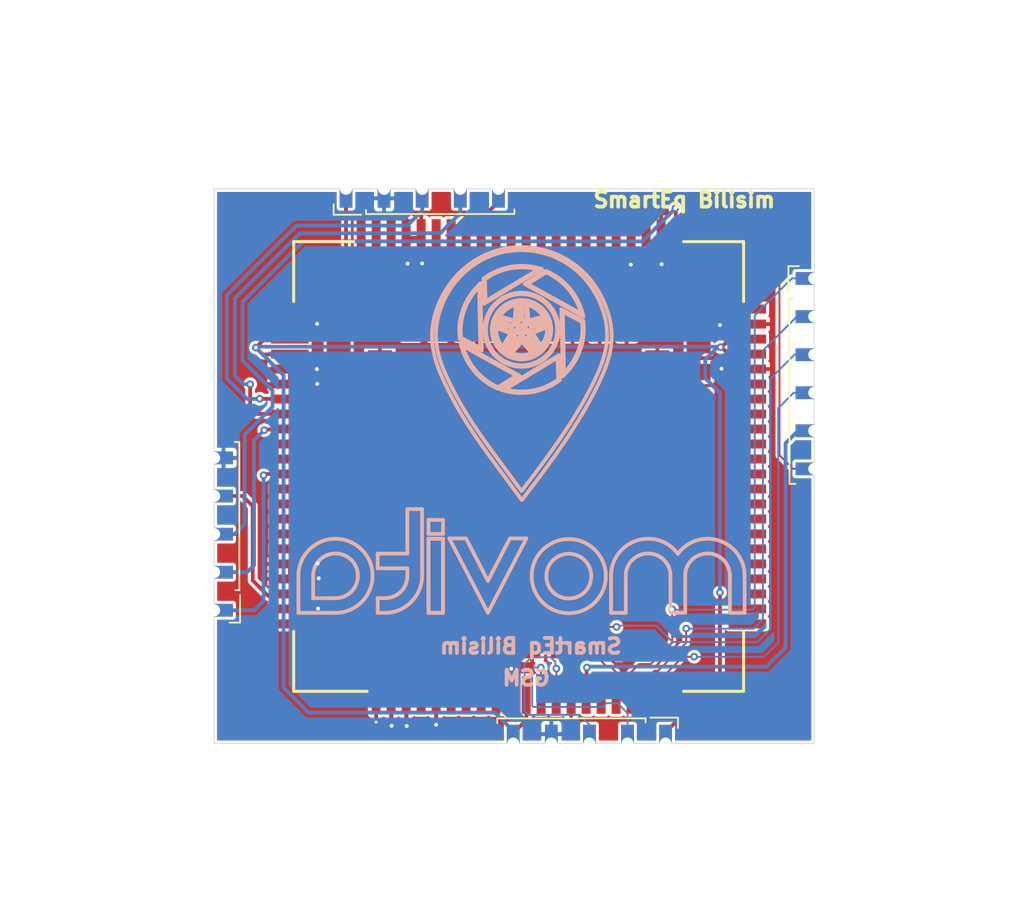
<source format=kicad_pcb>
(kicad_pcb (version 20230606) (generator pcbnew)
  (layers (0 "F.Cu" signal "Top Layer") (31 "B.Cu" signal "Bottom Layer") (34 "B.Paste" user "Bottom Paste") (35 "F.Paste" user "Top Paste") (36 "B.SilkS" user "Bottom Overlay") (37 "F.SilkS" user "Top Overlay") (38 "B.Mask" user "Bottom Solder") (39 "F.Mask" user "Top Solder") (44 "Edge.Cuts" user))
  (property "SHEETTOTAL" "1")
  (net 0 "")
  (net 1 "VDD_EXT_1V8")
  (net 2 "GND")
  (net 3 "+3V8")
  (net 4 "/USIM_PRESENCE")
  (net 5 "/RTS")
  (net 6 "/CTS")
  (net 7 "/ANT_DIV")
  (net 8 "/ANT GNSS")
  (net 9 "/ANT MAIN")
  (net 10 "/RXD")
  (net 11 "/TXD")
  (net 12 "/USB_P")
  (net 13 "/USB_N")
  (net 14 "/MODEM_NET_STATUS")
  (net 15 "/USIM_VDD")
  (net 16 "/USIM_DATA")
  (net 17 "/USIM_CLK")
  (net 18 "/USIM_RST")
  (footprint "HDMI 2.0 TX:A7602EH" (layer "F.Cu") (at 150.0561 124.4636)
    (property "Reference" "U1")
    (property "Value" "A7602E-H" hide)
  )
  (footprint "HDMI 2.0 TX:castelled 8" (layer "F.Cu") (at 168.5061 105.1836 -90)
    (property "Reference" "J4")
    (property "Value" "CastellatedHoles_6Ways_2_54mm" hide)
  )
  (footprint "HDMI 2.0 TX:Castelled 5" (layer "F.Cu") (at 137.2861 86.5036)
    (property "Reference" "J1")
    (property "Value" "CastellatedHoles_5Ways_2_54mm" hide)
  )
  (footprint "HDMI 2.0 TX:Castelled 5" (layer "F.Cu") (at 128.4961 114.6136 90)
    (property "Reference" "J2")
    (property "Value" "CastellatedHoles_5Ways_2_54mm" hide)
  )
  (footprint "HDMI 2.0 TX:Castelled 5" (layer "F.Cu") (at 158.5961 123.5036 180)
    (property "Reference" "J3")
    (property "Value" "CastellatedHoles_5Ways_2_54mm" hide)
  )
  (gr_curve (pts (xy 137.641458 111.260714) (xy 137.777351 111.396678) (xy 137.883551 111.55437) (xy 137.960756 111.734001)) (stroke (width 0.25)) (layer "B.SilkS"))
  (gr_line (start 135.093713 112.311742) (end 135.093713 113.808459) (stroke (width 0.25)) (layer "B.SilkS"))
  (gr_curve (pts (xy 138.863034 113.269146) (xy 138.991591 112.968433) (xy 139.05573 112.649345) (xy 139.05573 112.311742)) (stroke (width 0.25)) (layer "B.SilkS"))
  (gr_line (start 147.229463 95.632351) (end 148.410393 96.109478) (stroke (width 0.25)) (layer "B.SilkS"))
  (gr_line (start 148.716273 94.129023) (end 148.627426 95.399595) (stroke (width 0.25)) (layer "B.SilkS"))
  (gr_curve (pts (xy 146.021067 103.161987) (xy 145.090841 101.817635) (xy 144.265816 100.40403) (xy 143.612457 98.891826)) (stroke (width 0.25)) (layer "B.SilkS"))
  (gr_curve (pts (xy 151.79497 97.348439) (xy 151.79497 97.348439) (xy 151.806718 98.384077) (xy 151.811449 98.801117)) (stroke (width 0.25)) (layer "B.SilkS"))
  (gr_line (start 148.388983 95.637373) (end 148.341772 95.782672) (stroke (width 0.25)) (layer "B.SilkS"))
  (gr_curve (pts (xy 148.167995 90.445187) (xy 150.775488 90.093858) (xy 153.255185 91.437257) (xy 154.393757 93.841611)) (stroke (width 0.25)) (layer "B.SilkS"))
  (gr_curve (pts (xy 155.151624 111.348888) (xy 155.023345 111.646107) (xy 154.958927 111.967082) (xy 154.958927 112.311742)) (stroke (width 0.25)) (layer "B.SilkS"))
  (gr_circle (center 148.989933 95.898542) (end 146.519468 95.898542) (stroke (width 0.25)) (fill none) (layer "B.SilkS"))
  (gr_curve (pts (xy 162.354619 110.039138) (xy 162.053836 109.91086) (xy 161.734538 109.846721) (xy 161.397214 109.846721)) (stroke (width 0.25)) (layer "B.SilkS"))
  (gr_curve (pts (xy 152.14184 109.86859) (xy 151.796831 109.86859) (xy 151.475926 109.932938) (xy 151.178706 110.061216)) (stroke (width 0.25)) (layer "B.SilkS"))
  (gr_curve (pts (xy 151.438613 99.217559) (xy 151.432925 99.059515) (xy 151.400229 98.150931) (xy 151.386371 97.765853)) (stroke (width 0.25)) (layer "B.SilkS"))
  (gr_curve (pts (xy 155.685487 110.567482) (xy 155.458135 110.791339) (xy 155.280181 111.051669) (xy 155.151624 111.348888)) (stroke (width 0.25)) (layer "B.SilkS"))
  (gr_curve (pts (xy 153.203767 111.282862) (xy 153.339451 111.418756) (xy 153.445861 111.576519) (xy 153.522855 111.75608)) (stroke (width 0.25)) (layer "B.SilkS"))
  (gr_curve (pts (xy 144.958115 96.438836) (xy 145.09783 96.512933) (xy 145.901034 96.938908) (xy 146.241451 97.119447)) (stroke (width 0.25)) (layer "B.SilkS"))
  (gr_line (start 148.262437 96.157552) (end 147.305325 95.770853) (stroke (width 0.25)) (layer "B.SilkS"))
  (gr_line (start 149.67499 97.461238) (end 149.011457 96.67047) (stroke (width 0.25)) (layer "B.SilkS"))
  (gr_curve (pts (xy 153.686068 99.621646) (xy 152.768488 101.437171) (xy 151.636902 103.112053) (xy 150.442086 104.743895)) (stroke (width 0.25)) (layer "B.SilkS"))
  (gr_curve (pts (xy 160.01592 111.734001) (xy 160.092914 111.55437) (xy 160.199324 111.396678) (xy 160.335008 111.260714)) (stroke (width 0.25)) (layer "B.SilkS"))
  (gr_curve (pts (xy 153.8861 110.58963) (xy 153.662312 110.365842) (xy 153.400027 110.189774) (xy 153.099244 110.061216)) (stroke (width 0.25)) (layer "B.SilkS"))
  (gr_line (start 139.396897 111.816656) (end 139.396897 110.837173) (stroke (width 0.25)) (layer "B.SilkS"))
  (gr_curve (pts (xy 151.178706 110.061216) (xy 150.881487 110.189774) (xy 150.619481 110.365842) (xy 150.391851 110.58963)) (stroke (width 0.25)) (layer "B.SilkS"))
  (gr_curve (pts (xy 153.203767 113.395817) (xy 153.068153 113.531711) (xy 152.908504 113.637911) (xy 152.7251 113.715115)) (stroke (width 0.25)) (layer "B.SilkS"))
  (gr_line (start 141.377801 111.816656) (end 139.396897 111.816656) (stroke (width 0.25)) (layer "B.SilkS"))
  (gr_line (start 149.443882 95.273736) (end 150.445497 95.024005) (stroke (width 0.25)) (layer "B.SilkS"))
  (gr_line (start 150.669915 95.310526) (end 150.686224 95.36072) (stroke (width 0.25)) (layer "B.SilkS"))
  (gr_circle (center 149.464593 95.734009) (end 149.399593 95.734009) (stroke (width 0.25)) (fill none) (layer "B.SilkS"))
  (gr_circle (center 148.989933 95.898542) (end 147.009203 95.898542) (stroke (width 0.25)) (fill none) (layer "B.SilkS"))
  (gr_curve (pts (xy 149.030383 100.021444) (xy 149.937643 100.006986) (xy 150.782081 99.710199) (xy 151.438613 99.217559)) (stroke (width 0.25)) (layer "B.SilkS"))
  (gr_curve (pts (xy 143.128711 95.268715) (xy 143.664911 92.738032) (xy 145.699816 90.777882) (xy 148.167995 90.445187)) (stroke (width 0.25)) (layer "B.SilkS"))
  (gr_line (start 162.882683 114.788012) (end 162.882683 112.311742) (stroke (width 0.25)) (layer "B.SilkS"))
  (gr_curve (pts (xy 143.848551 98.689394) (xy 143.370373 97.58296) (xy 143.130445 96.453052) (xy 143.38784 95.238812)) (stroke (width 0.25)) (layer "B.SilkS"))
  (gr_line (start 155.938479 114.788012) (end 154.958927 114.788012) (stroke (width 0.25)) (layer "B.SilkS"))
  (gr_line (start 148.325979 95.669475) (end 148.30967 95.719668) (stroke (width 0.25)) (layer "B.SilkS"))
  (gr_line (start 146.749131 114.777042) (end 144.174137 109.824643) (stroke (width 0.25)) (layer "B.SilkS"))
  (gr_curve (pts (xy 146.256367 92.806805) (xy 145.910617 93.117354) (xy 145.609875 93.487274) (xy 145.372485 93.913962)) (stroke (width 0.25)) (layer "B.SilkS"))
  (gr_curve (pts (xy 148.21287 109.824643) (xy 148.110234 110.022789) (xy 147.992855 110.248463) (xy 147.860804 110.501456)) (stroke (width 0.25)) (layer "B.SilkS"))
  (gr_line (start 151.723592 99.0111) (end 151.705175 97.387462) (stroke (width 0.25)) (layer "B.SilkS"))
  (gr_curve (pts (xy 138.863034 111.348888) (xy 138.734756 111.051669) (xy 138.556801 110.791339) (xy 138.329241 110.567482)) (stroke (width 0.25)) (layer "B.SilkS"))
  (gr_line (start 141.377801 112.311742) (end 141.377801 111.816656) (stroke (width 0.25)) (layer "B.SilkS"))
  (gr_line (start 136.579531 114.788012) (end 134.11444 114.788012) (stroke (width 0.25)) (layer "B.SilkS"))
  (gr_line (start 150.702017 95.247523) (end 150.749228 95.392822) (stroke (width 0.25)) (layer "B.SilkS"))
  (gr_line (start 147.301481 95.336595) (end 148.325979 95.669475) (stroke (width 0.25)) (layer "B.SilkS"))
  (gr_curve (pts (xy 141.377801 112.311742) (xy 141.377801 112.517294) (xy 141.339304 112.711877) (xy 141.262309 112.895002)) (stroke (width 0.25)) (layer "B.SilkS"))
  (gr_curve (pts (xy 162.447963 111.260714) (xy 162.583856 111.396678) (xy 162.690335 111.55437) (xy 162.76726 111.734001)) (stroke (width 0.25)) (layer "B.SilkS"))
  (gr_line (start 147.644056 99.909256) (end 149.040959 99.081487) (stroke (width 0.25)) (layer "B.SilkS"))
  (gr_curve (pts (xy 153.115593 95.021032) (xy 153.019525 94.56633) (xy 152.849535 94.12092) (xy 152.598708 93.70199)) (stroke (width 0.25)) (layer "B.SilkS"))
  (gr_curve (pts (xy 140.464274 113.693037) (xy 140.281149 113.769962) (xy 140.086566 113.808459) (xy 139.881084 113.808459)) (stroke (width 0.25)) (layer "B.SilkS"))
  (gr_line (start 142.786903 114.788012) (end 142.786903 109.846721) (stroke (width 0.25)) (layer "B.SilkS"))
  (gr_line (start 143.755487 109.846721) (end 143.755487 114.788012) (stroke (width 0.25)) (layer "B.SilkS"))
  (gr_line (start 149.052616 95.246299) (end 148.899839 95.246299) (stroke (width 0.25)) (layer "B.SilkS"))
  (gr_curve (pts (xy 145.372485 93.913962) (xy 144.91226 94.741265) (xy 144.752383 95.663009) (xy 144.878828 96.50706)) (stroke (width 0.25)) (layer "B.SilkS"))
  (gr_line (start 150.025615 97.345615) (end 149.392441 96.474124) (stroke (width 0.25)) (layer "B.SilkS"))
  (gr_line (start 149.446199 96.373263) (end 150.138153 97.325655) (stroke (width 0.25)) (layer "B.SilkS"))
  (gr_circle (center 148.509053 95.753117) (end 148.444053 95.753117) (stroke (width 0.25)) (fill none) (layer "B.SilkS"))
  (gr_curve (pts (xy 149.119652 99.139741) (xy 149.119652 99.139741) (xy 148.228638 99.667733) (xy 147.869835 99.880351)) (stroke (width 0.25)) (layer "B.SilkS"))
  (gr_line (start 142.786903 114.788012) (end 142.786903 109.846721) (stroke (width 0.25)) (layer "B.SilkS"))
  (gr_circle (center 149.293702 96.298689) (end 149.228702 96.298689) (stroke (width 0.25)) (fill none) (layer "B.SilkS"))
  (gr_arc (start 150.687839 95.729914) (mid 150.604032 96.400363) (end 150.277755 96.992033) (stroke (width 0.25)) (layer "B.SilkS"))
  (gr_curve (pts (xy 140.943011 113.373669) (xy 140.807327 113.509633) (xy 140.647678 113.616042) (xy 140.464274 113.693037)) (stroke (width 0.25)) (layer "B.SilkS"))
  (gr_curve (pts (xy 153.8861 114.0836) (xy 154.109888 113.856249) (xy 154.285956 113.592287) (xy 154.414164 113.291294)) (stroke (width 0.25)) (layer "B.SilkS"))
  (gr_curve (pts (xy 147.073948 112.025771) (xy 146.94567 112.267795) (xy 146.837304 112.476911) (xy 146.749131 112.652909)) (stroke (width 0.25)) (layer "B.SilkS"))
  (gr_curve (pts (xy 139.05573 112.311742) (xy 139.05573 111.967082) (xy 138.991591 111.646107) (xy 138.863034 111.348888)) (stroke (width 0.25)) (layer "B.SilkS"))
  (gr_curve (pts (xy 151.723592 99.0111) (xy 152.069342 98.700551) (xy 152.370083 98.330631) (xy 152.607474 97.903943)) (stroke (width 0.25)) (layer "B.SilkS"))
  (gr_line (start 163.862235 112.311742) (end 163.862235 114.788012) (stroke (width 0.25)) (layer "B.SilkS"))
  (gr_curve (pts (xy 161.397214 109.846721) (xy 160.98618 109.846721) (xy 160.610079 109.936502) (xy 160.268912 110.116343)) (stroke (width 0.25)) (layer "B.SilkS"))
  (gr_arc (start 149.263593 94.129023) (mid 150.042388 94.449959) (end 150.588281 95.091465) (stroke (width 0.25)) (layer "B.SilkS"))
  (gr_line (start 163.862235 114.788012) (end 162.882683 114.788012) (stroke (width 0.25)) (layer "B.SilkS"))
  (gr_curve (pts (xy 136.579531 110.826274) (xy 136.785013 110.826274) (xy 136.979596 110.864701) (xy 137.162721 110.941696)) (stroke (width 0.25)) (layer "B.SilkS"))
  (gr_curve (pts (xy 143.38784 95.238812) (xy 143.898507 92.828637) (xy 145.836512 90.961828) (xy 148.187159 90.644976)) (stroke (width 0.25)) (layer "B.SilkS"))
  (gr_line (start 146.274784 94.430443) (end 146.33549 97.279593) (stroke (width 0.25)) (layer "B.SilkS"))
  (gr_curve (pts (xy 135.209415 111.734001) (xy 135.286409 111.55437) (xy 135.392819 111.396678) (xy 135.528503 111.260714)) (stroke (width 0.25)) (layer "B.SilkS"))
  (gr_line (start 151.644469 94.538312) (end 153.101131 95.310846) (stroke (width 0.25)) (layer "B.SilkS"))
  (gr_line (start 150.687839 95.729914) (end 149.730731 96.116611) (stroke (width 0.25)) (layer "B.SilkS"))
  (gr_line (start 149.371874 94.243976) (end 149.443882 95.273736) (stroke (width 0.25)) (layer "B.SilkS"))
  (gr_circle (center 149.464593 95.734009) (end 149.374593 95.734009) (stroke (width 0.25)) (fill none) (layer "B.SilkS"))
  (gr_line (start 142.357284 107.865607) (end 142.357284 112.311742) (stroke (width 0.25)) (layer "B.SilkS"))
  (gr_curve (pts (xy 136.00172 110.941696) (xy 136.181561 110.864701) (xy 136.374258 110.826274) (xy 136.579531 110.826274)) (stroke (width 0.25)) (layer "B.SilkS"))
  (gr_curve (pts (xy 146.184988 94.469467) (xy 146.184988 94.469467) (xy 146.173241 93.433829) (xy 146.16851 93.016788)) (stroke (width 0.25)) (layer "B.SilkS"))
  (gr_line (start 148.21287 109.824643) (end 149.313574 109.824643) (stroke (width 0.25)) (layer "B.SilkS"))
  (gr_curve (pts (xy 148.863744 92.621254) (xy 148.863744 92.621254) (xy 149.754759 92.093261) (xy 150.113561 91.880644)) (stroke (width 0.25)) (layer "B.SilkS"))
  (gr_curve (pts (xy 150.442086 104.743895) (xy 149.974528 105.382002) (xy 149.488454 106.005855) (xy 148.996372 106.65542)) (stroke (width 0.25)) (layer "B.SilkS"))
  (gr_curve (pts (xy 145.466046 93.951305) (xy 145.024937 94.744245) (xy 144.859743 95.623943) (xy 144.958115 96.438836)) (stroke (width 0.25)) (layer "B.SilkS"))
  (gr_curve (pts (xy 159.416031 110.848072) (xy 159.18868 110.539953) (xy 158.902709 110.296253) (xy 158.5577 110.116343)) (stroke (width 0.25)) (layer "B.SilkS"))
  (gr_curve (pts (xy 139.881084 114.788012) (xy 140.218687 114.788012) (xy 140.537705 114.723873) (xy 140.838488 114.595315)) (stroke (width 0.25)) (layer "B.SilkS"))
  (gr_curve (pts (xy 156.3732 111.260714) (xy 156.509163 111.1251) (xy 156.668533 111.018621) (xy 156.851937 110.941696)) (stroke (width 0.25)) (layer "B.SilkS"))
  (gr_curve (pts (xy 152.14184 114.81009) (xy 152.479164 114.81009) (xy 152.798462 114.745951) (xy 153.099244 114.617394)) (stroke (width 0.25)) (layer "B.SilkS"))
  (gr_curve (pts (xy 151.558301 110.963774) (xy 151.741705 110.88657) (xy 151.936357 110.848072) (xy 152.14184 110.848072)) (stroke (width 0.25)) (layer "B.SilkS"))
  (gr_curve (pts (xy 153.638557 112.33389) (xy 153.638557 112.539373) (xy 153.60006 112.733676) (xy 153.522855 112.91708)) (stroke (width 0.25)) (layer "B.SilkS"))
  (gr_arc (start 150.763706 95.59141) (mid 150.699138 96.431263) (end 150.25772 97.148675) (stroke (width 0.25)) (layer "B.SilkS"))
  (gr_curve (pts (xy 153.099244 110.061216) (xy 152.798462 109.932938) (xy 152.479164 109.86859) (xy 152.14184 109.86859)) (stroke (width 0.25)) (layer "B.SilkS"))
  (gr_curve (pts (xy 146.597025 93.995141) (xy 147.150691 93.659557) (xy 148.863744 92.621254) (xy 148.863744 92.621254)) (stroke (width 0.25)) (layer "B.SilkS"))
  (gr_curve (pts (xy 146.333561 97.685687) (xy 146.333561 97.685687) (xy 145.430798 97.178042) (xy 145.067265 96.973619)) (stroke (width 0.25)) (layer "B.SilkS"))
  (gr_line (start 148.899839 95.246299) (end 148.899839 94.069078) (stroke (width 0.25)) (layer "B.SilkS"))
  (gr_curve (pts (xy 145.525349 98.049229) (xy 145.9915 98.82771) (xy 146.670744 99.410621) (xy 147.425648 99.732875)) (stroke (width 0.25)) (layer "B.SilkS"))
  (gr_curve (pts (xy 146.241451 97.119447) (xy 146.227659 96.472166) (xy 146.184988 94.469467) (xy 146.184988 94.469467)) (stroke (width 0.25)) (layer "B.SilkS"))
  (gr_curve (pts (xy 154.414164 111.370966) (xy 154.285956 111.073817) (xy 154.109888 110.813418) (xy 153.8861 110.58963)) (stroke (width 0.25)) (layer "B.SilkS"))
  (gr_line (start 150.686224 95.36072) (end 149.661726 95.6936) (stroke (width 0.25)) (layer "B.SilkS"))
  (gr_curve (pts (xy 152.7251 113.715115) (xy 152.541696 113.79211) (xy 152.347113 113.830607) (xy 152.14184 113.830607)) (stroke (width 0.25)) (layer "B.SilkS"))
  (gr_line (start 155.938479 112.311742) (end 155.938479 114.788012) (stroke (width 0.25)) (layer "B.SilkS"))
  (gr_line (start 147.976426 97.361726) (end 147.933729 97.330705) (stroke (width 0.25)) (layer "B.SilkS"))
  (gr_curve (pts (xy 148.891341 107.105689) (xy 147.931917 105.793249) (xy 146.946377 104.499076) (xy 146.021067 103.161987)) (stroke (width 0.25)) (layer "B.SilkS"))
  (gr_curve (pts (xy 148.996372 106.65542) (xy 148.937753 106.585552) (xy 148.904426 106.550618) (xy 148.876059 106.51212)) (stroke (width 0.25)) (layer "B.SilkS"))
  (gr_curve (pts (xy 147.425648 99.732875) (xy 147.559675 99.648927) (xy 148.330183 99.16632) (xy 148.656742 98.96178)) (stroke (width 0.25)) (layer "B.SilkS"))
  (gr_curve (pts (xy 152.14184 110.848072) (xy 152.347113 110.848072) (xy 152.541696 110.88657) (xy 152.7251 110.963774)) (stroke (width 0.25)) (layer "B.SilkS"))
  (gr_line (start 146.256367 92.806805) (end 146.274784 94.430443) (stroke (width 0.25)) (layer "B.SilkS"))
  (gr_line (start 149.582413 95.611304) (end 150.702017 95.247523) (stroke (width 0.25)) (layer "B.SilkS"))
  (gr_line (start 149.392441 96.474124) (end 149.435138 96.443103) (stroke (width 0.25)) (layer "B.SilkS"))
  (gr_line (start 153.115593 95.021032) (end 151.700273 94.225163) (stroke (width 0.25)) (layer "B.SilkS"))
  (gr_curve (pts (xy 152.598708 93.70199) (xy 152.112355 92.889772) (xy 151.39404 92.290442) (xy 150.599848 91.977922)) (stroke (width 0.25)) (layer "B.SilkS"))
  (gr_line (start 148.899839 94.069078) (end 149.052616 94.069078) (stroke (width 0.25)) (layer "B.SilkS"))
  (gr_curve (pts (xy 138.076248 112.311742) (xy 138.076248 112.517294) (xy 138.03775 112.711877) (xy 137.960756 112.895002)) (stroke (width 0.25)) (layer "B.SilkS"))
  (gr_curve (pts (xy 151.386371 97.765853) (xy 150.832706 98.101437) (xy 149.119652 99.139741) (xy 149.119652 99.139741)) (stroke (width 0.25)) (layer "B.SilkS"))
  (gr_curve (pts (xy 153.94185 99.870691) (xy 152.978391 101.776993) (xy 151.790226 103.535618) (xy 150.535669 105.249052)) (stroke (width 0.25)) (layer "B.SilkS"))
  (gr_circle (center 148.509053 95.753117) (end 148.419053 95.753117) (stroke (width 0.25)) (fill none) (layer "B.SilkS"))
  (gr_curve (pts (xy 163.669539 111.348888) (xy 163.541261 111.051669) (xy 163.365263 110.791339) (xy 163.141475 110.567482)) (stroke (width 0.25)) (layer "B.SilkS"))
  (gr_curve (pts (xy 150.113561 91.880644) (xy 149.742706 91.782902) (xy 149.35375 91.733183) (xy 148.953013 91.73955)) (stroke (width 0.25)) (layer "B.SilkS"))
  (gr_line (start 149.435138 96.443103) (end 150.068313 97.314593) (stroke (width 0.25)) (layer "B.SilkS"))
  (gr_curve (pts (xy 150.645123 112.33389) (xy 150.645123 112.128617) (xy 150.68362 111.935921) (xy 150.760545 111.75608)) (stroke (width 0.25)) (layer "B.SilkS"))
  (gr_line (start 141.377801 107.865607) (end 142.357284 107.865607) (stroke (width 0.25)) (layer "B.SilkS"))
  (gr_line (start 149.582775 96.068537) (end 150.763706 95.59141) (stroke (width 0.25)) (layer "B.SilkS"))
  (gr_circle (center 148.703026 96.310947) (end 148.638026 96.310947) (stroke (width 0.25)) (fill none) (layer "B.SilkS"))
  (gr_curve (pts (xy 162.76726 111.734001) (xy 162.844255 111.913842) (xy 162.882683 112.106539) (xy 162.882683 112.311742)) (stroke (width 0.25)) (layer "B.SilkS"))
  (gr_line (start 139.881084 114.788012) (end 139.396897 114.788012) (stroke (width 0.25)) (layer "B.SilkS"))
  (gr_curve (pts (xy 137.162721 110.941696) (xy 137.346404 111.018621) (xy 137.505844 111.1251) (xy 137.641458 111.260714)) (stroke (width 0.25)) (layer "B.SilkS"))
  (gr_line (start 148.627426 95.399595) (end 147.391585 95.091465) (stroke (width 0.25)) (layer "B.SilkS"))
  (gr_line (start 149.661726 95.6936) (end 149.645417 95.643406) (stroke (width 0.25)) (layer "B.SilkS"))
  (gr_curve (pts (xy 152.607474 97.903943) (xy 153.067699 97.076641) (xy 153.227576 96.154897) (xy 153.101131 95.310846)) (stroke (width 0.25)) (layer "B.SilkS"))
  (gr_curve (pts (xy 157.435197 110.826274) (xy 157.640679 110.826274) (xy 157.833376 110.864701) (xy 158.012937 110.941696)) (stroke (width 0.25)) (layer "B.SilkS"))
  (gr_circle (center 148.703026 96.310947) (end 148.613026 96.310947) (stroke (width 0.25)) (fill none) (layer "B.SilkS"))
  (gr_line (start 149.052616 94.069078) (end 149.052616 95.246299) (stroke (width 0.25)) (layer "B.SilkS"))
  (gr_curve (pts (xy 149.01767 107.256153) (xy 148.956119 107.182792) (xy 148.921126 107.146111) (xy 148.891341 107.105689)) (stroke (width 0.25)) (layer "B.SilkS"))
  (gr_curve (pts (xy 135.093713 112.311742) (xy 135.093713 112.106539) (xy 135.13249 111.913842) (xy 135.209415 111.734001)) (stroke (width 0.25)) (layer "B.SilkS"))
  (gr_curve (pts (xy 154.116456 93.879665) (xy 154.64997 95.00657) (xy 154.857967 96.189089) (xy 154.551455 97.427364)) (stroke (width 0.25)) (layer "B.SilkS"))
  (gr_curve (pts (xy 135.616607 110.039138) (xy 135.319457 110.167696) (xy 135.059058 110.343694) (xy 134.83527 110.567482)) (stroke (width 0.25)) (layer "B.SilkS"))
  (gr_curve (pts (xy 151.079633 111.282862) (xy 151.215527 111.147178) (xy 151.375176 111.040769) (xy 151.558301 110.963774)) (stroke (width 0.25)) (layer "B.SilkS"))
  (gr_curve (pts (xy 137.960756 111.734001) (xy 138.03775 111.913842) (xy 138.076248 112.106539) (xy 138.076248 112.311742)) (stroke (width 0.25)) (layer "B.SilkS"))
  (gr_line (start 147.269379 95.273591) (end 148.388983 95.637373) (stroke (width 0.25)) (layer "B.SilkS"))
  (gr_curve (pts (xy 138.329241 114.061731) (xy 138.556801 113.83438) (xy 138.734756 113.570208) (xy 138.863034 113.269146)) (stroke (width 0.25)) (layer "B.SilkS"))
  (gr_curve (pts (xy 147.464511 111.271893) (xy 147.33267 111.532292) (xy 147.202506 111.783678) (xy 147.073948 112.025771)) (stroke (width 0.25)) (layer "B.SilkS"))
  (gr_line (start 148.341772 95.782672) (end 147.222168 95.418891) (stroke (width 0.25)) (layer "B.SilkS"))
  (gr_curve (pts (xy 155.938479 112.311742) (xy 155.938479 112.106539) (xy 155.976977 111.913842) (xy 156.054181 111.734001)) (stroke (width 0.25)) (layer "B.SilkS"))
  (gr_curve (pts (xy 154.850507 97.566695) (xy 154.65023 98.375654) (xy 154.315187 99.132232) (xy 153.94185 99.870691)) (stroke (width 0.25)) (layer "B.SilkS"))
  (gr_curve (pts (xy 146.749131 112.652909) (xy 146.639158 112.440299) (xy 146.512557 112.19632) (xy 146.369537 111.921179)) (stroke (width 0.25)) (layer "B.SilkS"))
  (gr_curve (pts (xy 137.960756 112.895002) (xy 137.883551 113.078686) (xy 137.777351 113.238055) (xy 137.641458 113.373669)) (stroke (width 0.25)) (layer "B.SilkS"))
  (gr_curve (pts (xy 163.141475 110.567482) (xy 162.917617 110.343694) (xy 162.655401 110.167696) (xy 162.354619 110.039138)) (stroke (width 0.25)) (layer "B.SilkS"))
  (gr_curve (pts (xy 145.945925 111.101345) (xy 145.806469 110.829767) (xy 145.67819 110.578451) (xy 145.560602 110.347536)) (stroke (width 0.25)) (layer "B.SilkS"))
  (gr_line (start 148.410393 96.109478) (end 147.735449 97.189615) (stroke (width 0.25)) (layer "B.SilkS"))
  (gr_curve (pts (xy 137.162721 113.693037) (xy 136.979596 113.769962) (xy 136.785013 113.808459) (xy 136.579531 113.808459)) (stroke (width 0.25)) (layer "B.SilkS"))
  (gr_line (start 150.014554 97.415455) (end 149.3226 96.463063) (stroke (width 0.25)) (layer "B.SilkS"))
  (gr_curve (pts (xy 146.142465 102.756214) (xy 145.256536 101.475878) (xy 144.470798 100.129587) (xy 143.848551 98.689394)) (stroke (width 0.25)) (layer "B.SilkS"))
  (gr_line (start 146.505354 94.156655) (end 146.446057 92.508882) (stroke (width 0.25)) (layer "B.SilkS"))
  (gr_line (start 146.344663 97.58841) (end 148.842453 98.960413) (stroke (width 0.25)) (layer "B.SilkS"))
  (gr_curve (pts (xy 156.472273 110.039138) (xy 156.175123 110.167696) (xy 155.912838 110.343694) (xy 155.685487 110.567482)) (stroke (width 0.25)) (layer "B.SilkS"))
  (gr_curve (pts (xy 150.33934 91.851738) (xy 149.897522 91.707585) (xy 149.426791 91.632095) (xy 148.938574 91.639853)) (stroke (width 0.25)) (layer "B.SilkS"))
  (gr_curve (pts (xy 154.551455 97.427364) (xy 154.360715 98.197801) (xy 154.041627 98.918352) (xy 153.686068 99.621646)) (stroke (width 0.25)) (layer "B.SilkS"))
  (gr_line (start 151.705175 97.387462) (end 151.644469 94.538312) (stroke (width 0.25)) (layer "B.SilkS"))
  (gr_curve (pts (xy 153.021843 95.379069) (xy 152.882129 95.304973) (xy 152.078925 94.878997) (xy 151.738508 94.698459)) (stroke (width 0.25)) (layer "B.SilkS"))
  (gr_line (start 143.755487 108.588254) (end 143.755487 109.521624) (stroke (width 0.25)) (layer "B.SilkS"))
  (gr_curve (pts (xy 141.262309 112.895002) (xy 141.185105 113.078686) (xy 141.078905 113.238055) (xy 140.943011 113.373669)) (stroke (width 0.25)) (layer "B.SilkS"))
  (gr_line (start 148.30967 95.719668) (end 147.285172 95.386789) (stroke (width 0.25)) (layer "B.SilkS"))
  (gr_line (start 149.011457 96.67047) (end 148.347921 97.461241) (stroke (width 0.25)) (layer "B.SilkS"))
  (gr_curve (pts (xy 160.335008 111.260714) (xy 160.470901 111.1251) (xy 160.63055 111.018621) (xy 160.813675 110.941696)) (stroke (width 0.25)) (layer "B.SilkS"))
  (gr_curve (pts (xy 135.528503 111.260714) (xy 135.664397 111.1251) (xy 135.822159 111.018621) (xy 136.00172 110.941696)) (stroke (width 0.25)) (layer "B.SilkS"))
  (gr_curve (pts (xy 151.711375 94.127886) (xy 151.711375 94.127886) (xy 152.614138 94.635531) (xy 152.977671 94.839955)) (stroke (width 0.25)) (layer "B.SilkS"))
  (gr_line (start 150.25772 97.148675) (end 149.582775 96.068537) (stroke (width 0.25)) (layer "B.SilkS"))
  (gr_line (start 151.478043 97.604339) (end 151.53734 99.252112) (stroke (width 0.25)) (layer "B.SilkS"))
  (gr_line (start 149.730731 96.116611) (end 150.277755 96.992033) (stroke (width 0.25)) (layer "B.SilkS"))
  (gr_curve (pts (xy 151.079633 113.395817) (xy 150.943949 113.260203) (xy 150.83754 113.100484) (xy 150.760545 112.91708)) (stroke (width 0.25)) (layer "B.SilkS"))
  (gr_curve (pts (xy 163.862235 112.311742) (xy 163.862235 111.967082) (xy 163.798096 111.646107) (xy 163.669539 111.348888)) (stroke (width 0.25)) (layer "B.SilkS"))
  (gr_circle (center 148.989933 95.898542) (end 147.089933 95.898542) (stroke (width 0.25)) (fill none) (layer "B.SilkS"))
  (gr_curve (pts (xy 149.388194 92.851794) (xy 149.955651 93.16349) (xy 151.711375 94.127886) (xy 151.711375 94.127886)) (stroke (width 0.25)) (layer "B.SilkS"))
  (gr_circle (center 148.989933 95.898542) (end 148.839933 95.898542) (stroke (width 0.25)) (fill none) (layer "B.SilkS"))
  (gr_curve (pts (xy 136.579531 109.846721) (xy 136.234801 109.846721) (xy 135.913547 109.91086) (xy 135.616607 110.039138)) (stroke (width 0.25)) (layer "B.SilkS"))
  (gr_curve (pts (xy 153.522855 111.75608) (xy 153.60006 111.935921) (xy 153.638557 112.128617) (xy 153.638557 112.33389)) (stroke (width 0.25)) (layer "B.SilkS"))
  (gr_curve (pts (xy 154.606861 112.33389) (xy 154.606861 111.98916) (xy 154.542722 111.667906) (xy 154.414164 111.370966)) (stroke (width 0.25)) (layer "B.SilkS"))
  (gr_curve (pts (xy 136.579531 114.788012) (xy 136.917134 114.788012) (xy 137.236152 114.723873) (xy 137.536935 114.595315)) (stroke (width 0.25)) (layer "B.SilkS"))
  (gr_curve (pts (xy 137.536935 114.595315) (xy 137.837927 114.467037) (xy 138.102169 114.289083) (xy 138.329241 114.061731)) (stroke (width 0.25)) (layer "B.SilkS"))
  (gr_curve (pts (xy 148.938574 91.639853) (xy 147.991996 91.654937) (xy 147.113803 91.977352) (xy 146.446057 92.508882)) (stroke (width 0.25)) (layer "B.SilkS"))
  (gr_curve (pts (xy 145.560602 110.347536) (xy 145.443503 110.116343) (xy 145.351487 109.941951) (xy 145.285461 109.824643)) (stroke (width 0.25)) (layer "B.SilkS"))
  (gr_arc (start 149.67499 97.461238) (mid 149.011453 97.588734) (end 148.347921 97.461241) (stroke (width 0.25)) (layer "B.SilkS"))
  (gr_line (start 148.535984 95.273736) (end 148.607992 94.243972) (stroke (width 0.25)) (layer "B.SilkS"))
  (gr_line (start 148.192754 97.490591) (end 149.011457 96.5149) (stroke (width 0.25)) (layer "B.SilkS"))
  (gr_line (start 139.396897 110.837173) (end 141.377801 110.837173) (stroke (width 0.25)) (layer "B.SilkS"))
  (gr_curve (pts (xy 146.544784 92.543435) (xy 146.550471 92.70148) (xy 146.583168 93.610063) (xy 146.597025 93.995141)) (stroke (width 0.25)) (layer "B.SilkS"))
  (gr_line (start 147.987488 97.431566) (end 147.863889 97.341766) (stroke (width 0.25)) (layer "B.SilkS"))
  (gr_curve (pts (xy 151.178706 114.617394) (xy 151.475926 114.745951) (xy 151.796831 114.81009) (xy 152.14184 114.81009)) (stroke (width 0.25)) (layer "B.SilkS"))
  (gr_arc (start 147.534373 95.024006) (mid 147.996249 94.530852) (end 148.607992 94.243972) (stroke (width 0.25)) (layer "B.SilkS"))
  (gr_line (start 159.900497 114.788012) (end 158.920945 114.788012) (stroke (width 0.25)) (layer "B.SilkS"))
  (gr_line (start 149.313574 109.824643) (end 146.749131 114.777042) (stroke (width 0.25)) (layer "B.SilkS"))
  (gr_curve (pts (xy 158.805243 111.734001) (xy 158.882517 111.913842) (xy 158.920945 112.106539) (xy 158.920945 112.311742)) (stroke (width 0.25)) (layer "B.SilkS"))
  (gr_curve (pts (xy 137.536935 110.039138) (xy 137.236152 109.91086) (xy 136.917134 109.846721) (xy 136.579531 109.846721)) (stroke (width 0.25)) (layer "B.SilkS"))
  (gr_curve (pts (xy 148.656742 98.96178) (xy 148.089285 98.650083) (xy 146.333561 97.685687) (xy 146.333561 97.685687)) (stroke (width 0.25)) (layer "B.SilkS"))
  (gr_arc (start 149.830159 97.490591) (mid 149.011456 97.688723) (end 148.192754 97.490591) (stroke (width 0.25)) (layer "B.SilkS"))
  (gr_curve (pts (xy 159.900497 112.311742) (xy 159.900497 112.106539) (xy 159.938994 111.913842) (xy 160.01592 111.734001)) (stroke (width 0.25)) (layer "B.SilkS"))
  (gr_line (start 148.566904 96.459214) (end 148.609601 96.490236) (stroke (width 0.25)) (layer "B.SilkS"))
  (gr_curve (pts (xy 156.054181 111.734001) (xy 156.131176 111.55437) (xy 156.237585 111.396678) (xy 156.3732 111.260714)) (stroke (width 0.25)) (layer "B.SilkS"))
  (gr_line (start 147.933729 97.330705) (end 148.566904 96.459214) (stroke (width 0.25)) (layer "B.SilkS"))
  (gr_curve (pts (xy 156.851937 110.941696) (xy 157.035341 110.864701) (xy 157.229924 110.826274) (xy 157.435197 110.826274)) (stroke (width 0.25)) (layer "B.SilkS"))
  (gr_line (start 148.679441 96.479174) (end 147.987488 97.431566) (stroke (width 0.25)) (layer "B.SilkS"))
  (gr_arc (start 149.371874 94.243976) (mid 149.983605 94.530867) (end 150.445497 95.024005) (stroke (width 0.25)) (layer "B.SilkS"))
  (gr_curve (pts (xy 143.612457 98.891826) (xy 143.11037 97.730071) (xy 142.858446 96.543667) (xy 143.128711 95.268715)) (stroke (width 0.25)) (layer "B.SilkS"))
  (gr_line (start 150.138153 97.325655) (end 150.014554 97.415455) (stroke (width 0.25)) (layer "B.SilkS"))
  (gr_line (start 139.396897 113.808459) (end 139.881084 113.808459) (stroke (width 0.25)) (layer "B.SilkS"))
  (gr_line (start 149.040959 99.081487) (end 151.478043 97.604339) (stroke (width 0.25)) (layer "B.SilkS"))
  (gr_curve (pts (xy 146.16851 93.016788) (xy 145.898436 93.289088) (xy 145.6609 93.601073) (xy 145.466046 93.951305)) (stroke (width 0.25)) (layer "B.SilkS"))
  (gr_curve (pts (xy 149.044823 100.121142) (xy 149.991401 100.106057) (xy 150.869593 99.783643) (xy 151.53734 99.252112)) (stroke (width 0.25)) (layer "B.SilkS"))
  (gr_line (start 142.786903 109.521624) (end 142.786903 108.588254) (stroke (width 0.25)) (layer "B.SilkS"))
  (gr_line (start 143.755487 114.788012) (end 142.786903 114.788012) (stroke (width 0.25)) (layer "B.SilkS"))
  (gr_line (start 144.174137 109.824643) (end 145.285461 109.824643) (stroke (width 0.25)) (layer "B.SilkS"))
  (gr_curve (pts (xy 150.760545 112.91708) (xy 150.68362 112.733676) (xy 150.645123 112.539373) (xy 150.645123 112.33389)) (stroke (width 0.25)) (layer "B.SilkS"))
  (gr_line (start 142.786903 108.588254) (end 143.755487 108.588254) (stroke (width 0.25)) (layer "B.SilkS"))
  (gr_line (start 142.786903 109.846721) (end 143.755487 109.846721) (stroke (width 0.25)) (layer "B.SilkS"))
  (gr_curve (pts (xy 137.641458 113.373669) (xy 137.505844 113.509633) (xy 137.346404 113.616042) (xy 137.162721 113.693037)) (stroke (width 0.25)) (layer "B.SilkS"))
  (gr_line (start 135.093713 113.808459) (end 136.579531 113.808459) (stroke (width 0.25)) (layer "B.SilkS"))
  (gr_curve (pts (xy 149.857987 111.370966) (xy 149.729779 111.667906) (xy 149.66564 111.98916) (xy 149.66564 112.33389)) (stroke (width 0.25)) (layer "B.SilkS"))
  (gr_line (start 147.222168 95.418891) (end 147.269379 95.273591) (stroke (width 0.25)) (layer "B.SilkS"))
  (gr_line (start 134.11444 114.788012) (end 134.11444 112.311742) (stroke (width 0.25)) (layer "B.SilkS"))
  (gr_line (start 149.645417 95.643406) (end 150.669915 95.310526) (stroke (width 0.25)) (layer "B.SilkS"))
  (gr_curve (pts (xy 153.099244 114.617394) (xy 153.400027 114.489115) (xy 153.662312 114.311161) (xy 153.8861 114.0836)) (stroke (width 0.25)) (layer "B.SilkS"))
  (gr_line (start 143.755487 109.521624) (end 142.786903 109.521624) (stroke (width 0.25)) (layer "B.SilkS"))
  (gr_curve (pts (xy 158.486224 111.260714) (xy 158.622118 111.396678) (xy 158.728318 111.55437) (xy 158.805243 111.734001)) (stroke (width 0.25)) (layer "B.SilkS"))
  (gr_line (start 149.35244 95.399595) (end 149.263593 94.129023) (stroke (width 0.25)) (layer "B.SilkS"))
  (gr_curve (pts (xy 160.268912 110.116343) (xy 159.927816 110.296253) (xy 159.643662 110.539953) (xy 159.416031 110.848072)) (stroke (width 0.25)) (layer "B.SilkS"))
  (gr_curve (pts (xy 152.977671 94.839955) (xy 152.87689 94.469914) (xy 152.72547 94.108209) (xy 152.519587 93.764344)) (stroke (width 0.25)) (layer "B.SilkS"))
  (gr_curve (pts (xy 158.5577 110.116343) (xy 158.21304 109.936502) (xy 157.838825 109.846721) (xy 157.435197 109.846721)) (stroke (width 0.25)) (layer "B.SilkS"))
  (gr_curve (pts (xy 151.811449 98.801117) (xy 152.081523 98.528818) (xy 152.319059 98.216832) (xy 152.513913 97.8666)) (stroke (width 0.25)) (layer "B.SilkS"))
  (gr_curve (pts (xy 147.644056 99.909256) (xy 148.085875 100.05341) (xy 148.556606 100.128899) (xy 149.044823 100.121142)) (stroke (width 0.25)) (layer "B.SilkS"))
  (gr_line (start 149.002616 94.119078) (end 149.002616 95.196299) (stroke (width 0.25)) (layer "B.SilkS"))
  (gr_line (start 151.700273 94.225163) (end 149.202484 92.853161) (stroke (width 0.25)) (layer "B.SilkS"))
  (gr_line (start 141.377801 110.837173) (end 141.377801 107.865607) (stroke (width 0.25)) (layer "B.SilkS"))
  (gr_curve (pts (xy 144.929343 96.792541) (xy 145.025412 97.247244) (xy 145.195401 97.692654) (xy 145.446228 98.111584)) (stroke (width 0.25)) (layer "B.SilkS"))
  (gr_curve (pts (xy 152.7251 110.963774) (xy 152.908504 111.040769) (xy 153.068153 111.147178) (xy 153.203767 111.282862)) (stroke (width 0.25)) (layer "B.SilkS"))
  (gr_curve (pts (xy 150.760545 111.75608) (xy 150.83754 111.576519) (xy 150.943949 111.418756) (xy 151.079633 111.282862)) (stroke (width 0.25)) (layer "B.SilkS"))
  (gr_line (start 150.068313 97.314593) (end 150.025615 97.345615) (stroke (width 0.25)) (layer "B.SilkS"))
  (gr_curve (pts (xy 150.391851 110.58963) (xy 150.164499 110.813418) (xy 149.986545 111.073817) (xy 149.857987 111.370966)) (stroke (width 0.25)) (layer "B.SilkS"))
  (gr_curve (pts (xy 152.513913 97.8666) (xy 152.955022 97.073661) (xy 153.120216 96.193963) (xy 153.021843 95.379069)) (stroke (width 0.25)) (layer "B.SilkS"))
  (gr_line (start 139.396897 114.788012) (end 139.396897 113.808459) (stroke (width 0.25)) (layer "B.SilkS"))
  (gr_arc (start 147.715415 97.03297) (mid 147.389136 96.441306) (end 147.305325 95.770853) (stroke (width 0.25)) (layer "B.SilkS"))
  (gr_curve (pts (xy 152.519587 93.764344) (xy 152.053436 92.985863) (xy 151.374192 92.402952) (xy 150.619288 92.080698)) (stroke (width 0.25)) (layer "B.SilkS"))
  (gr_curve (pts (xy 151.738508 94.698459) (xy 151.7523 95.345739) (xy 151.79497 97.348439) (xy 151.79497 97.348439)) (stroke (width 0.25)) (layer "B.SilkS"))
  (gr_line (start 143.755487 114.788012) (end 142.786903 114.788012) (stroke (width 0.25)) (layer "B.SilkS"))
  (gr_line (start 148.949839 94.119078) (end 149.002616 94.119078) (stroke (width 0.25)) (layer "B.SilkS"))
  (gr_circle (center 148.97964 95.39626) (end 148.91464 95.39626) (stroke (width 0.25)) (fill none) (layer "B.SilkS"))
  (gr_curve (pts (xy 134.306857 111.348888) (xy 134.178579 111.646107) (xy 134.11444 111.967082) (xy 134.11444 112.311742)) (stroke (width 0.25)) (layer "B.SilkS"))
  (gr_curve (pts (xy 145.067265 96.973619) (xy 145.168047 97.343659) (xy 145.319466 97.705365) (xy 145.525349 98.049229)) (stroke (width 0.25)) (layer "B.SilkS"))
  (gr_line (start 158.920945 114.788012) (end 158.920945 112.311742) (stroke (width 0.25)) (layer "B.SilkS"))
  (gr_curve (pts (xy 158.012937 110.941696) (xy 158.192778 111.018621) (xy 158.35054 111.1251) (xy 158.486224 111.260714)) (stroke (width 0.25)) (layer "B.SilkS"))
  (gr_curve (pts (xy 151.558301 113.715115) (xy 151.375176 113.637911) (xy 151.215527 113.531711) (xy 151.079633 113.395817)) (stroke (width 0.25)) (layer "B.SilkS"))
  (gr_curve (pts (xy 161.397214 110.826274) (xy 161.602697 110.826274) (xy 161.795114 110.864701) (xy 161.974955 110.941696)) (stroke (width 0.25)) (layer "B.SilkS"))
  (gr_curve (pts (xy 145.446228 98.111584) (xy 145.932581 98.923802) (xy 146.650896 99.523131) (xy 147.445088 99.835652)) (stroke (width 0.25)) (layer "B.SilkS"))
  (gr_curve (pts (xy 154.393757 93.841611) (xy 154.953947 95.024861) (xy 155.172345 96.266506) (xy 154.850507 97.566695)) (stroke (width 0.25)) (layer "B.SilkS"))
  (gr_curve (pts (xy 147.860804 110.501456) (xy 147.728683 110.754728) (xy 147.596842 111.011564) (xy 147.464511 111.271893)) (stroke (width 0.25)) (layer "B.SilkS"))
  (gr_curve (pts (xy 150.619288 92.080698) (xy 150.485261 92.164646) (xy 149.714753 92.647254) (xy 149.388194 92.851794)) (stroke (width 0.25)) (layer "B.SilkS"))
  (gr_line (start 150.749228 95.392822) (end 149.629624 95.756603) (stroke (width 0.25)) (layer "B.SilkS"))
  (gr_line (start 147.863889 97.341766) (end 148.555842 96.389374) (stroke (width 0.25)) (layer "B.SilkS"))
  (gr_line (start 144.929343 96.792541) (end 146.344663 97.58841) (stroke (width 0.25)) (layer "B.SilkS"))
  (gr_line (start 148.555842 96.389374) (end 148.679441 96.479174) (stroke (width 0.25)) (layer "B.SilkS"))
  (gr_line (start 148.942437 92.679507) (end 146.505354 94.156655) (stroke (width 0.25)) (layer "B.SilkS"))
  (gr_curve (pts (xy 141.630794 114.061731) (xy 141.858355 113.83438) (xy 142.036309 113.570208) (xy 142.164587 113.269146)) (stroke (width 0.25)) (layer "B.SilkS"))
  (gr_line (start 148.949839 95.196299) (end 148.949839 94.119078) (stroke (width 0.25)) (layer "B.SilkS"))
  (gr_circle (center 148.989933 95.898542) (end 148.812267 95.898542) (stroke (width 0.25)) (fill none) (layer "B.SilkS"))
  (gr_circle (center 148.989933 95.898542) (end 146.615596 95.898542) (stroke (width 0.25)) (fill none) (layer "B.SilkS"))
  (gr_curve (pts (xy 150.391851 114.0836) (xy 150.619481 114.311161) (xy 150.881487 114.489115) (xy 151.178706 114.617394)) (stroke (width 0.25)) (layer "B.SilkS"))
  (gr_line (start 154.958927 114.788012) (end 154.958927 112.311742) (stroke (width 0.25)) (layer "B.SilkS"))
  (gr_curve (pts (xy 150.535669 105.249052) (xy 150.044733 105.919064) (xy 149.534356 106.57411) (xy 149.01767 107.256153)) (stroke (width 0.25)) (layer "B.SilkS"))
  (gr_arc (start 147.391585 95.091465) (mid 147.937471 94.449955) (end 148.716273 94.129023) (stroke (width 0.25)) (layer "B.SilkS"))
  (gr_line (start 147.534373 95.024006) (end 148.535984 95.273736) (stroke (width 0.25)) (layer "B.SilkS"))
  (gr_arc (start 147.735449 97.189615) (mid 147.294031 96.472209) (end 147.229463 95.632351) (stroke (width 0.25)) (layer "B.SilkS"))
  (gr_line (start 147.715415 97.03297) (end 148.262437 96.157552) (stroke (width 0.25)) (layer "B.SilkS"))
  (gr_curve (pts (xy 140.838488 114.595315) (xy 141.139481 114.467037) (xy 141.403443 114.289083) (xy 141.630794 114.061731)) (stroke (width 0.25)) (layer "B.SilkS"))
  (gr_line (start 142.786903 109.846721) (end 143.755487 109.846721) (stroke (width 0.25)) (layer "B.SilkS"))
  (gr_curve (pts (xy 134.83527 110.567482) (xy 134.611482 110.791339) (xy 134.435414 111.051669) (xy 134.306857 111.348888)) (stroke (width 0.25)) (layer "B.SilkS"))
  (gr_line (start 143.755487 109.846721) (end 143.755487 114.788012) (stroke (width 0.25)) (layer "B.SilkS"))
  (gr_curve (pts (xy 138.329241 110.567482) (xy 138.102169 110.343694) (xy 137.837927 110.167696) (xy 137.536935 110.039138)) (stroke (width 0.25)) (layer "B.SilkS"))
  (gr_curve (pts (xy 142.164587 113.269146) (xy 142.293145 112.968433) (xy 142.357284 112.649345) (xy 142.357284 112.311742)) (stroke (width 0.25)) (layer "B.SilkS"))
  (gr_curve (pts (xy 146.369537 111.921179) (xy 146.226516 111.646107) (xy 146.085383 111.372923) (xy 145.945925 111.101345)) (stroke (width 0.25)) (layer "B.SilkS"))
  (gr_curve (pts (xy 147.869835 99.880351) (xy 148.240691 99.978092) (xy 148.629646 100.027811) (xy 149.030383 100.021444)) (stroke (width 0.25)) (layer "B.SilkS"))
  (gr_curve (pts (xy 148.876059 106.51212) (xy 147.962323 105.262178) (xy 147.023713 104.029632) (xy 146.142465 102.756214)) (stroke (width 0.25)) (layer "B.SilkS"))
  (gr_curve (pts (xy 161.974955 110.941696) (xy 162.154796 111.018621) (xy 162.312279 111.1251) (xy 162.447963 111.260714)) (stroke (width 0.25)) (layer "B.SilkS"))
  (gr_line (start 150.33934 91.851738) (end 148.942437 92.679507) (stroke (width 0.25)) (layer "B.SilkS"))
  (gr_curve (pts (xy 149.66564 112.33389) (xy 149.66564 112.671494) (xy 149.729779 112.990512) (xy 149.857987 113.291294)) (stroke (width 0.25)) (layer "B.SilkS"))
  (gr_line (start 149.202484 92.853161) (end 150.599848 91.977922) (stroke (width 0.25)) (layer "B.SilkS"))
  (gr_curve (pts (xy 153.522855 112.91708) (xy 153.445861 113.100484) (xy 153.339451 113.260203) (xy 153.203767 113.395817)) (stroke (width 0.25)) (layer "B.SilkS"))
  (gr_circle (center 149.293702 96.298689) (end 149.203702 96.298689) (stroke (width 0.25)) (fill none) (layer "B.SilkS"))
  (gr_curve (pts (xy 160.813675 110.941696) (xy 160.997358 110.864701) (xy 161.191662 110.826274) (xy 161.397214 110.826274)) (stroke (width 0.25)) (layer "B.SilkS"))
  (gr_curve (pts (xy 152.14184 113.830607) (xy 151.936357 113.830607) (xy 151.741705 113.79211) (xy 151.558301 113.715115)) (stroke (width 0.25)) (layer "B.SilkS"))
  (gr_line (start 149.629624 95.756603) (end 149.582413 95.611304) (stroke (width 0.25)) (layer "B.SilkS"))
  (gr_line (start 149.011457 96.5149) (end 149.830159 97.490591) (stroke (width 0.25)) (layer "B.SilkS"))
  (gr_line (start 149.3226 96.463063) (end 149.446199 96.373263) (stroke (width 0.25)) (layer "B.SilkS"))
  (gr_line (start 148.842453 98.960413) (end 147.445088 99.835652) (stroke (width 0.25)) (layer "B.SilkS"))
  (gr_curve (pts (xy 149.857987 113.291294) (xy 149.986545 113.592287) (xy 150.164499 113.856249) (xy 150.391851 114.0836)) (stroke (width 0.25)) (layer "B.SilkS"))
  (gr_curve (pts (xy 148.953013 91.73955) (xy 148.045753 91.754009) (xy 147.201316 92.050796) (xy 146.544784 92.543435)) (stroke (width 0.25)) (layer "B.SilkS"))
  (gr_line (start 150.588281 95.091465) (end 149.35244 95.399595) (stroke (width 0.25)) (layer "B.SilkS"))
  (gr_line (start 149.002616 95.196299) (end 148.949839 95.196299) (stroke (width 0.25)) (layer "B.SilkS"))
  (gr_line (start 159.900497 112.311742) (end 159.900497 114.788012) (stroke (width 0.25)) (layer "B.SilkS"))
  (gr_line (start 148.609601 96.490236) (end 147.976426 97.361726) (stroke (width 0.25)) (layer "B.SilkS"))
  (gr_curve (pts (xy 157.435197 109.846721) (xy 157.090467 109.846721) (xy 156.769213 109.91086) (xy 156.472273 110.039138)) (stroke (width 0.25)) (layer "B.SilkS"))
  (gr_curve (pts (xy 154.414164 113.291294) (xy 154.542722 112.990512) (xy 154.606861 112.671494) (xy 154.606861 112.33389)) (stroke (width 0.25)) (layer "B.SilkS"))
  (gr_curve (pts (xy 148.187159 90.644976) (xy 150.670485 90.310377) (xy 153.032101 91.589804) (xy 154.116456 93.879665)) (stroke (width 0.25)) (layer "B.SilkS"))
  (gr_circle (center 148.97964 95.39626) (end 148.88964 95.39626) (stroke (width 0.25)) (fill none) (layer "B.SilkS"))
  (gr_line (start 147.285172 95.386789) (end 147.301481 95.336595) (stroke (width 0.25)) (layer "B.SilkS"))
  (gr_line (start 146.33549 97.279593) (end 144.878828 96.50706) (stroke (width 0.25)) (layer "B.SilkS"))
  (gr_line (start 128.4961 86.5036) (end 168.5061 86.5036) (stroke (width 0.05)) (layer "Edge.Cuts"))
  (gr_line (start 128.4961 123.5036) (end 128.4961 86.5036) (stroke (width 0.05)) (layer "Edge.Cuts"))
  (gr_line (start 168.5061 123.5036) (end 128.4961 123.5036) (stroke (width 0.05)) (layer "Edge.Cuts"))
  (gr_line (start 168.5061 86.5036) (end 168.5061 123.5036) (stroke (width 0.05)) (layer "Edge.Cuts"))
  (gr_text "SmartEq Bilisim" (at 155.7961 117.5936 360) (layer "B.SilkS") (effects (font (size 1 1) (thickness 0.254)) (justify left bottom mirror)))
  (gr_text "GSM" (at 151.0161 119.7236 -0) (layer "B.SilkS") (effects (font (size 1 1) (thickness 0.25) bold) (justify left bottom mirror)))
  (gr_text "SmartEq Bilisim" (at 153.6501 87.82637 0) (layer "F.SilkS") (effects (font (size 1 1) (thickness 0.254)) (justify left bottom)))
  (segment (start 153.3261 118.4536) (end 153.3461 118.4336) (width 0.254) (layer "F.Cu") (net 1))
  (segment (start 153.3261 120.2436) (end 153.3261 118.4536) (width 0.254) (layer "F.Cu") (net 1))
  (segment (start 153.3061 120.2636) (end 153.3261 120.2436) (width 0.254) (layer "F.Cu") (net 1))
  (via (at 153.3461 118.4336) (size 0.508) (drill 0.254) (layers "F.Cu" "B.Cu") (net 1))
  (segment (start 153.3947 118.385) (end 153.5743 118.385) (width 0.254) (layer "B.Cu") (net 1))
  (segment (start 153.3461 118.4336) (end 153.3947 118.385) (width 0.254) (layer "B.Cu") (net 1))
  (segment (start 166.59585 117.11576) (end 166.59585 103.47385) (width 0.254) (layer "B.Cu") (net 1))
  (segment (start 153.5743 118.385) (end 153.58455 118.37476) (width 0.254) (layer "B.Cu") (net 1))
  (segment (start 167.4361 102.6336) (end 168.5061 102.6336) (width 0.254) (layer "B.Cu") (net 1))
  (segment (start 153.58455 118.37476) (end 165.33685 118.37476) (width 0.254) (layer "B.Cu") (net 1))
  (segment (start 165.33685 118.37476) (end 166.59585 117.11576) (width 0.254) (layer "B.Cu") (net 1))
  (segment (start 166.59585 103.47385) (end 167.4361 102.6336) (width 0.254) (layer "B.Cu") (net 1))
  (segment (start 135.4211 114.5086) (end 135.4261 114.5036) (width 0.254) (layer "F.Cu") (net 2))
  (segment (start 158.3161 91.5236) (end 158.3161 89.7736) (width 0.254) (layer "F.Cu") (net 2))
  (segment (start 143.3011 120.2686) (end 143.3061 120.2636) (width 0.254) (layer "F.Cu") (net 2))
  (segment (start 133.1431 112.3406) (end 133.3161 112.5136) (width 0.254) (layer "F.Cu") (net 2))
  (segment (start 141.3061 89.7636) (end 141.3511 89.8086) (width 0.254) (layer "F.Cu") (net 2))
  (segment (start 133.3161 111.5136) (end 133.5561 111.5136) (width 0.254) (layer "F.Cu") (net 2))
  (segment (start 135.3511 95.5086) (end 135.3561 95.5036) (width 0.254) (layer "F.Cu") (net 2))
  (segment (start 133.1431 111.6866) (end 133.3161 111.5136) (width 0.254) (layer "F.Cu") (net 2))
  (segment (start 142.3061 89.7636) (end 142.3332 89.7907) (width 0.254) (layer "F.Cu") (net 2))
  (segment (start 128.4961 104.4536) (end 128.4761 104.4336) (width 0.3) (layer "F.Cu") (net 2))
  (segment (start 133.5561 95.5136) (end 133.5611 95.5086) (width 0.254) (layer "F.Cu") (net 2))
  (segment (start 133.5561 112.5136) (end 133.5711 112.4986) (width 0.254) (layer "F.Cu") (net 2))
  (segment (start 141.3511 91.4486) (end 141.3961 91.4936) (width 0.254) (layer "F.Cu") (net 2))
  (segment (start 156.2761 91.5536) (end 156.2911 91.5386) (width 0.254) (layer "F.Cu") (net 2))
  (segment (start 148.3061 120.2636) (end 148.3061 118.5136) (width 0.254) (layer "F.Cu") (net 2))
  (segment (start 143.3011 122.2486) (end 143.3011 120.2686) (width 0.254) (layer "F.Cu") (net 2))
  (segment (start 162.3211 98.4986) (end 164.0411 98.4986) (width 0.254) (layer "F.Cu") (net 2))
  (segment (start 133.5661 111.5036) (end 135.3861 111.5036) (width 0.254) (layer "F.Cu") (net 2))
  (segment (start 158.3161 91.5236) (end 158.3261 91.5336) (width 0.254) (layer "F.Cu") (net 2))
  (segment (start 135.3861 111.5036) (end 135.3961 111.4936) (width 0.254) (layer "F.Cu") (net 2))
  (segment (start 158.3061 89.7636) (end 158.3161 89.7736) (width 0.254) (layer "F.Cu") (net 2))
  (segment (start 140.3161 122.3136) (end 140.3261 122.3236) (width 0.254) (layer "F.Cu") (net 2))
  (segment (start 156.2911 91.5386) (end 156.2911 89.7786) (width 0.254) (layer "F.Cu") (net 2))
  (segment (start 135.4511 112.4986) (end 135.4661 112.4836) (width 0.254) (layer "F.Cu") (net 2))
  (segment (start 133.5561 114.5136) (end 133.5611 114.5086) (width 0.254) (layer "F.Cu") (net 2))
  (segment (start 133.3161 112.5136) (end 133.5561 112.5136) (width 0.254) (layer "F.Cu") (net 2))
  (segment (start 133.5611 95.5086) (end 135.3511 95.5086) (width 0.254) (layer "F.Cu") (net 2))
  (segment (start 133.5711 112.4986) (end 135.4511 112.4986) (width 0.254) (layer "F.Cu") (net 2))
  (segment (start 142.35222 91.48552) (end 142.3603 91.47744) (width 0.254) (layer "F.Cu") (net 2))
  (segment (start 133.5561 99.5136) (end 135.3661 99.5136) (width 0.254) (layer "F.Cu") (net 2))
  (segment (start 141.40418 91.48552) (end 142.35222 91.48552) (width 0.254) (layer "F.Cu") (net 2))
  (segment (start 140.3061 120.2636) (end 140.3161 120.2736) (width 0.254) (layer "F.Cu") (net 2))
  (segment (start 156.2911 89.7786) (end 156.3061 89.7636) (width 0.254) (layer "F.Cu") (net 2))
  (segment (start 140.3161 122.3136) (end 140.3161 120.2736) (width 0.254) (layer "F.Cu") (net 2))
  (segment (start 133.5611 114.5086) (end 135.4211 114.5086) (width 0.254) (layer "F.Cu") (net 2))
  (segment (start 141.3061 120.2636) (end 141.3211 120.2786) (width 0.254) (layer "F.Cu") (net 2))
  (segment (start 141.3511 91.4486) (end 141.3511 89.8086) (width 0.254) (layer "F.Cu") (net 2))
  (segment (start 141.3211 122.3186) (end 141.3361 122.3336) (width 0.254) (layer "F.Cu") (net 2))
  (segment (start 143.2961 122.2536) (end 143.3011 122.2486) (width 0.254) (layer "F.Cu") (net 2))
  (segment (start 162.2561 95.5536) (end 164.0161 95.5536) (width 0.254) (layer "F.Cu") (net 2))
  (segment (start 133.5561 111.5136) (end 133.5661 111.5036) (width 0.254) (layer "F.Cu") (net 2))
  (segment (start 141.3961 91.4936) (end 141.40418 91.48552) (width 0.254) (layer "F.Cu") (net 2))
  (segment (start 164.0161 95.5536) (end 164.0561 95.5136) (width 0.254) (layer "F.Cu") (net 2))
  (segment (start 141.3211 122.3186) (end 141.3211 120.2786) (width 0.254) (layer "F.Cu") (net 2))
  (segment (start 142.3332 91.45033) (end 142.3332 89.7907) (width 0.254) (layer "F.Cu") (net 2))
  (segment (start 142.3332 91.45033) (end 142.3603 91.47744) (width 0.254) (layer "F.Cu") (net 2))
  (segment (start 164.0411 98.4986) (end 164.0561 98.5136) (width 0.254) (layer "F.Cu") (net 2))
  (segment (start 162.2161 95.5936) (end 162.2561 95.5536) (width 0.254) (layer "F.Cu") (net 2))
  (via (at 141.3361 122.3336) (size 0.508) (drill 0.254) (layers "F.Cu" "B.Cu") (net 2))
  (via (at 135.4661 112.4836) (size 0.508) (drill 0.254) (layers "F.Cu" "B.Cu") (net 2))
  (via (at 142.3603 91.47744) (size 0.508) (drill 0.254) (layers "F.Cu" "B.Cu") (net 2))
  (via (at 135.3661 99.5136) (size 0.508) (drill 0.254) (layers "F.Cu" "B.Cu") (net 2))
  (via (at 135.3461 98.5236) (size 0.508) (drill 0.254) (layers "F.Cu" "B.Cu") (net 2))
  (via (at 158.3261 91.5336) (size 0.508) (drill 0.254) (layers "F.Cu" "B.Cu") (net 2))
  (via (at 162.2161 95.5936) (size 0.508) (drill 0.254) (layers "F.Cu" "B.Cu") (net 2))
  (via (at 141.3961 91.4936) (size 0.508) (drill 0.254) (layers "F.Cu" "B.Cu") (net 2))
  (via (at 135.4261 114.5036) (size 0.508) (drill 0.254) (layers "F.Cu" "B.Cu") (net 2))
  (via (at 143.2961 122.2536) (size 0.508) (drill 0.254) (layers "F.Cu" "B.Cu") (net 2))
  (via (at 140.3261 122.3236) (size 0.508) (drill 0.254) (layers "F.Cu" "B.Cu") (net 2))
  (via (at 162.3211 98.4986) (size 0.508) (drill 0.254) (layers "F.Cu" "B.Cu") (net 2))
  (via (at 148.3061 118.5136) (size 0.508) (drill 0.254) (layers "F.Cu" "B.Cu") (net 2))
  (via (at 135.3561 95.5036) (size 0.508) (drill 0.254) (layers "F.Cu" "B.Cu") (net 2))
  (via (at 156.2761 91.5536) (size 0.508) (drill 0.254) (layers "F.Cu" "B.Cu") (net 2))
  (via (at 135.3961 111.4936) (size 0.508) (drill 0.254) (layers "F.Cu" "B.Cu") (net 2))
  (segment (start 162.04731 122.1836) (end 162.21863 122.01228) (width 0.254) (layer "F.Cu") (net 3))
  (segment (start 162.60183 97.3406) (end 163.8831 97.3406) (width 0.254) (layer "F.Cu") (net 3))
  (segment (start 162.2561 97.0636) (end 162.32483 97.0636) (width 0.254) (layer "F.Cu") (net 3))
  (segment (start 133.5161 97.5536) (end 133.5561 97.5136) (width 0.254) (layer "F.Cu") (net 3))
  (segment (start 159.1561 122.1836) (end 162.04731 122.1836) (width 0.254) (layer "F.Cu") (net 3))
  (segment (start 158.5961 122.7436) (end 159.1561 122.1836) (width 0.254) (layer "F.Cu") (net 3))
  (segment (start 131.2761 97.0936) (end 131.76221 96.60749) (width 0.254) (layer "F.Cu") (net 3))
  (segment (start 163.8831 97.3406) (end 164.0561 97.5136) (width 0.254) (layer "F.Cu") (net 3))
  (segment (start 131.2761 97.0936) (end 131.7361 97.5536) (width 0.254) (layer "F.Cu") (net 3))
  (segment (start 162.70184 96.6866) (end 163.8831 96.6866) (width 0.254) (layer "F.Cu") (net 3))
  (segment (start 158.5961 123.5036) (end 158.5961 122.7436) (width 0.254) (layer "F.Cu") (net 3))
  (segment (start 163.8831 96.6866) (end 164.0561 96.5136) (width 0.254) (layer "F.Cu") (net 3))
  (segment (start 162.32483 97.0636) (end 162.60183 97.3406) (width 0.254) (layer "F.Cu") (net 3))
  (segment (start 131.7361 97.5536) (end 133.5161 97.5536) (width 0.254) (layer "F.Cu") (net 3))
  (segment (start 133.46221 96.60749) (end 133.5561 96.5136) (width 0.254) (layer "F.Cu") (net 3))
  (segment (start 162.21863 122.01228) (end 162.21863 113.43087) (width 0.254) (layer "F.Cu") (net 3))
  (segment (start 162.32483 97.0636) (end 162.70184 96.6866) (width 0.254) (layer "F.Cu") (net 3))
  (segment (start 131.76221 96.60749) (end 133.46221 96.60749) (width 0.254) (layer "F.Cu") (net 3))
  (segment (start 148.4361 123.5036) (end 148.4361 122.8136) (width 0.254) (layer "F.Cu") (net 3))
  (segment (start 148.4361 122.8136) (end 149.3061 121.9436) (width 0.254) (layer "F.Cu") (net 3))
  (segment (start 149.3061 121.9436) (end 149.3061 120.2636) (width 0.254) (layer "F.Cu") (net 3))
  (via (at 162.2561 97.0636) (size 0.508) (drill 0.254) (layers "F.Cu" "B.Cu") (net 3))
  (via (at 131.2761 97.0936) (size 0.508) (drill 0.254) (layers "F.Cu" "B.Cu") (net 3))
  (via (at 162.21863 113.43087) (size 0.508) (drill 0.254) (layers "F.Cu" "B.Cu") (net 3))
  (segment (start 162.0175 97.1122) (end 162.2075 97.1122) (width 0.254) (layer "B.Cu") (net 3))
  (segment (start 162.21863 113.43087) (end 162.21863 100.11613) (width 0.254) (layer "B.Cu") (net 3))
  (segment (start 134.7861 121.4436) (end 147.2161 121.4436) (width 0.254) (layer "B.Cu") (net 3))
  (segment (start 161.2361 99.1336) (end 161.2361 97.8936) (width 0.254) (layer "B.Cu") (net 3))
  (segment (start 162.2075 97.1122) (end 162.2561 97.0636) (width 0.254) (layer "B.Cu") (net 3))
  (segment (start 131.33831 97.03139) (end 162.0175 97.03139) (width 0.254) (layer "B.Cu") (net 3))
  (segment (start 161.2361 99.1336) (end 162.21863 100.11613) (width 0.254) (layer "B.Cu") (net 3))
  (segment (start 131.2761 97.0936) (end 131.33831 97.03139) (width 0.254) (layer "B.Cu") (net 3))
  (segment (start 131.2761 97.0936) (end 133.1261 98.9436) (width 0.254) (layer "B.Cu") (net 3))
  (segment (start 133.1261 119.7836) (end 134.7861 121.4436) (width 0.254) (layer "B.Cu") (net 3))
  (segment (start 133.1261 98.9436) (end 133.1261 119.7836) (width 0.254) (layer "B.Cu") (net 3))
  (segment (start 147.2161 121.4436) (end 148.4361 122.6636) (width 0.254) (layer "B.Cu") (net 3))
  (segment (start 161.2361 97.8936) (end 162.0175 97.1122) (width 0.254) (layer "B.Cu") (net 3))
  (segment (start 148.4361 122.6636) (end 148.4361 123.5036) (width 0.254) (layer "B.Cu") (net 3))
  (segment (start 146.3461 89.7236) (end 146.3461 88.4636) (width 0.254) (layer "F.Cu") (net 4))
  (segment (start 146.3061 89.7636) (end 146.3461 89.7236) (width 0.254) (layer "F.Cu") (net 4))
  (segment (start 146.3461 88.4636) (end 147.4461 87.3636) (width 0.254) (layer "F.Cu") (net 4))
  (segment (start 147.4461 87.3636) (end 147.4461 86.5036) (width 0.254) (layer "F.Cu") (net 4))
  (segment (start 130.8961 101.0636) (end 130.8961 99.5336) (width 0.254) (layer "F.Cu") (net 5))
  (segment (start 131.3461 101.5136) (end 133.5561 101.5136) (width 0.254) (layer "F.Cu") (net 5))
  (segment (start 130.8961 101.0636) (end 131.3461 101.5136) (width 0.254) (layer "F.Cu") (net 5))
  (via (at 130.8961 99.5336) (size 0.508) (drill 0.254) (layers "F.Cu" "B.Cu") (net 5))
  (segment (start 130.8961 99.5336) (end 130.4361 99.5336) (width 0.254) (layer "B.Cu") (net 5))
  (segment (start 129.8781 98.9756) (end 129.8781 93.8016) (width 0.254) (layer "B.Cu") (net 5))
  (segment (start 134.2181 89.4616) (end 143.5681 89.4616) (width 0.254) (layer "B.Cu") (net 5))
  (segment (start 143.5681 89.4616) (end 144.9061 88.1236) (width 0.254) (layer "B.Cu") (net 5))
  (segment (start 129.8781 93.8016) (end 134.2181 89.4616) (width 0.254) (layer "B.Cu") (net 5))
  (segment (start 130.4361 99.5336) (end 129.8781 98.9756) (width 0.254) (layer "B.Cu") (net 5))
  (segment (start 144.9061 88.1236) (end 144.9061 86.5036) (width 0.254) (layer "B.Cu") (net 5))
  (segment (start 131.5311 100.5036) (end 131.5361 100.5086) (width 0.254) (layer "F.Cu") (net 6))
  (segment (start 133.5511 100.5086) (end 133.5561 100.5136) (width 0.254) (layer "F.Cu") (net 6))
  (segment (start 131.5361 100.5086) (end 133.5511 100.5086) (width 0.254) (layer "F.Cu") (net 6))
  (via (at 131.5311 100.5036) (size 0.508) (drill 0.254) (layers "F.Cu" "B.Cu") (net 6))
  (segment (start 130.6961 100.5136) (end 129.3461 99.1636) (width 0.254) (layer "B.Cu") (net 6))
  (segment (start 141.3661 88.9536) (end 142.3661 87.9536) (width 0.254) (layer "B.Cu") (net 6))
  (segment (start 131.5311 100.5036) (end 131.5211 100.5136) (width 0.254) (layer "B.Cu") (net 6))
  (segment (start 131.5211 100.5136) (end 130.6961 100.5136) (width 0.254) (layer "B.Cu") (net 6))
  (segment (start 133.9761 88.9536) (end 141.3661 88.9536) (width 0.254) (layer "B.Cu") (net 6))
  (segment (start 129.3461 99.1636) (end 129.3461 93.5836) (width 0.254) (layer "B.Cu") (net 6))
  (segment (start 142.3661 87.9536) (end 142.3661 86.5036) (width 0.254) (layer "B.Cu") (net 6))
  (segment (start 129.3461 93.5836) (end 133.9761 88.9536) (width 0.254) (layer "B.Cu") (net 6))
  (segment (start 140.3061 91.4236) (end 139.3811 92.3486) (width 0.254) (layer "F.Cu") (net 7))
  (segment (start 139.3811 92.3486) (end 137.7211 92.3486) (width 0.254) (layer "F.Cu") (net 7))
  (segment (start 140.3061 89.7636) (end 140.3061 91.4236) (width 0.254) (layer "F.Cu") (net 7))
  (segment (start 137.2861 91.9136) (end 137.2861 86.5036) (width 0.254) (layer "F.Cu") (net 7))
  (segment (start 137.7211 92.3486) (end 137.2861 91.9136) (width 0.254) (layer "F.Cu") (net 7))
  (segment (start 133.4161 113.6536) (end 133.5561 113.5136) (width 0.254) (layer "F.Cu") (net 8))
  (segment (start 131.0661 112.62581) (end 132.09389 113.6536) (width 0.254) (layer "F.Cu") (net 8))
  (segment (start 131.0661 107.6636) (end 131.0661 112.62581) (width 0.254) (layer "F.Cu") (net 8))
  (segment (start 130.3961 106.9936) (end 131.0661 107.6636) (width 0.254) (layer "F.Cu") (net 8))
  (segment (start 132.09389 113.6536) (end 133.4161 113.6536) (width 0.254) (layer "F.Cu") (net 8))
  (segment (start 128.4961 106.9936) (end 130.3961 106.9936) (width 0.254) (layer "F.Cu") (net 8))
  (segment (start 159.2761 89.7336) (end 159.2761 87.8336) (width 0.254) (layer "F.Cu") (net 9))
  (segment (start 159.2761 89.7336) (end 159.3061 89.7636) (width 0.254) (layer "F.Cu") (net 9))
  (segment (start 159.2461 87.8036) (end 159.2761 87.8336) (width 0.254) (layer "F.Cu") (net 9))
  (via (at 159.2461 87.8036) (size 0.508) (drill 0.254) (layers "F.Cu" "B.Cu") (net 9))
  (segment (start 132.3861 101.0436) (end 132.3861 99.9636) (width 0.254) (layer "B.Cu") (net 9))
  (segment (start 130.5261 102.9036) (end 132.3861 101.0436) (width 0.254) (layer "B.Cu") (net 9))
  (segment (start 130.3861 97.96359) (end 130.3861 94.0436) (width 0.254) (layer "B.Cu") (net 9))
  (segment (start 134.4261 90.0036) (end 157.0461 90.0036) (width 0.254) (layer "B.Cu") (net 9))
  (segment (start 130.5261 108.8736) (end 130.5261 102.9036) (width 0.254) (layer "B.Cu") (net 9))
  (segment (start 128.4961 109.5336) (end 129.8661 109.5336) (width 0.254) (layer "B.Cu") (net 9))
  (segment (start 132.3861 99.9636) (end 130.3861 97.96359) (width 0.254) (layer "B.Cu") (net 9))
  (segment (start 129.8661 109.5336) (end 130.5261 108.8736) (width 0.254) (layer "B.Cu") (net 9))
  (segment (start 157.0461 90.0036) (end 159.2461 87.8036) (width 0.254) (layer "B.Cu") (net 9))
  (segment (start 130.3861 94.0436) (end 134.4261 90.0036) (width 0.254) (layer "B.Cu") (net 9))
  (segment (start 131.83098 102.59839) (end 131.87338 102.556) (width 0.254) (layer "F.Cu") (net 10))
  (segment (start 131.87338 102.556) (end 133.5137 102.556) (width 0.254) (layer "F.Cu") (net 10))
  (segment (start 133.5137 102.556) (end 133.5561 102.5136) (width 0.254) (layer "F.Cu") (net 10))
  (via (at 131.83098 102.59839) (size 0.508) (drill 0.254) (layers "F.Cu" "B.Cu") (net 10))
  (segment (start 131.15189 103.27748) (end 131.83098 102.59839) (width 0.254) (layer "B.Cu") (net 10))
  (segment (start 128.4961 112.0736) (end 130.6861 112.0736) (width 0.254) (layer "B.Cu") (net 10))
  (segment (start 130.6861 112.0736) (end 131.15189 111.60781) (width 0.254) (layer "B.Cu") (net 10))
  (segment (start 131.15189 111.60781) (end 131.15189 103.27748) (width 0.254) (layer "B.Cu") (net 10))
  (segment (start 131.87424 105.5236) (end 133.5461 105.5236) (width 0.254) (layer "F.Cu") (net 11))
  (segment (start 131.78689 105.61095) (end 131.87424 105.5236) (width 0.254) (layer "F.Cu") (net 11))
  (via (at 131.78689 105.61095) (size 0.508) (drill 0.254) (layers "F.Cu" "B.Cu") (net 11))
  (segment (start 131.1761 114.6136) (end 131.78689 114.00281) (width 0.254) (layer "B.Cu") (net 11))
  (segment (start 131.78689 114.00281) (end 131.78689 105.61095) (width 0.254) (layer "B.Cu") (net 11))
  (segment (start 128.4961 114.6136) (end 131.1761 114.6136) (width 0.254) (layer "B.Cu") (net 11))
  (segment (start 151.3036 120.2611) (end 151.3061 120.2636) (width 0.254) (layer "F.Cu") (net 12))
  (segment (start 151.31145 120.25325) (end 151.31145 118.51148) (width 0.127) (layer "F.Cu") (net 12))
  (segment (start 151.3036 120.2611) (end 151.31145 120.25325) (width 0.127) (layer "F.Cu") (net 12))
  (via (at 151.31145 118.51148) (size 0.508) (drill 0.254) (layers "F.Cu" "B.Cu") (net 12))
  (segment (start 151.24707 118.4471) (end 151.31145 118.51148) (width 0.127) (layer "B.Cu") (net 12))
  (segment (start 149.19731 118.19833) (end 149.64593 117.74972) (width 0.127) (layer "B.Cu") (net 12))
  (segment (start 153.5161 123.4836) (end 153.5161 122.2436) (width 0.127) (layer "B.Cu") (net 12))
  (segment (start 150.92981 117.74972) (end 151.24707 118.06698) (width 0.127) (layer "B.Cu") (net 12))
  (segment (start 153.5161 122.2436) (end 152.8661 121.5936) (width 0.127) (layer "B.Cu") (net 12))
  (segment (start 151.24707 118.06698) (end 151.24707 118.4471) (width 0.127) (layer "B.Cu") (net 12))
  (segment (start 149.64593 117.74972) (end 150.92981 117.74972) (width 0.127) (layer "B.Cu") (net 12))
  (segment (start 149.4361 121.5936) (end 149.19731 121.35481) (width 0.127) (layer "B.Cu") (net 12))
  (segment (start 149.19731 121.35481) (end 149.19731 118.19833) (width 0.127) (layer "B.Cu") (net 12))
  (segment (start 153.5461 123.5136) (end 153.5161 123.4836) (width 0.127) (layer "B.Cu") (net 12))
  (segment (start 152.8661 121.5936) (end 149.4361 121.5936) (width 0.127) (layer "B.Cu") (net 12))
  (segment (start 150.2761 120.22507) (end 150.31036 120.25933) (width 0.127) (layer "F.Cu") (net 13))
  (segment (start 150.3061 120.2636) (end 150.31036 120.25933) (width 0.254) (layer "F.Cu") (net 13))
  (segment (start 150.2761 120.22507) (end 150.2761 118.4336) (width 0.127) (layer "F.Cu") (net 13))
  (via (at 150.2761 118.4336) (size 0.508) (drill 0.254) (layers "F.Cu" "B.Cu") (net 13))
  (segment (start 155.3861 120.8136) (end 154.6361 120.8136) (width 0.127) (layer "B.Cu") (net 13))
  (segment (start 156.0561 121.4836) (end 155.3861 120.8136) (width 0.127) (layer "B.Cu") (net 13))
  (segment (start 149.6961 118.5536) (end 149.8161 118.4336) (width 0.127) (layer "B.Cu") (net 13))
  (segment (start 156.0561 123.5036) (end 156.0561 121.4836) (width 0.127) (layer "B.Cu") (net 13))
  (segment (start 154.6361 120.8136) (end 154.3861 121.0636) (width 0.127) (layer "B.Cu") (net 13))
  (segment (start 149.6961 120.9892) (end 149.6961 118.5536) (width 0.127) (layer "B.Cu") (net 13))
  (segment (start 149.8161 118.4336) (end 150.2761 118.4336) (width 0.127) (layer "B.Cu") (net 13))
  (segment (start 154.3861 121.0636) (end 149.7705 121.0636) (width 0.127) (layer "B.Cu") (net 13))
  (segment (start 149.7705 121.0636) (end 149.6961 120.9892) (width 0.127) (layer "B.Cu") (net 13))
  (segment (start 166.1861 89.3236) (end 166.1861 104.2736) (width 0.127) (layer "F.Cu") (net 14))
  (segment (start 166.1861 104.2736) (end 167.0861 105.1736) (width 0.127) (layer "F.Cu") (net 14))
  (segment (start 148.3061 89.7636) (end 148.3061 87.9336) (width 0.127) (layer "F.Cu") (net 14))
  (segment (start 149.1726 87.0671) (end 163.9296 87.0671) (width 0.127) (layer "F.Cu") (net 14))
  (segment (start 163.9296 87.0671) (end 166.1861 89.3236) (width 0.127) (layer "F.Cu") (net 14))
  (segment (start 167.0861 105.1736) (end 168.5061 105.1736) (width 0.127) (layer "F.Cu") (net 14))
  (segment (start 148.3061 87.9336) (end 149.1726 87.0671) (width 0.127) (layer "F.Cu") (net 14))
  (segment (start 159.75285 117.71685) (end 160.49285 117.71685) (width 0.127) (layer "F.Cu") (net 15))
  (segment (start 160.49285 117.71685) (end 160.4961 117.7136) (width 0.127) (layer "F.Cu") (net 15))
  (segment (start 158.4936 120.0761) (end 158.4936 118.97611) (width 0.127) (layer "F.Cu") (net 15))
  (segment (start 158.4936 118.97611) (end 159.75285 117.71685) (width 0.127) (layer "F.Cu") (net 15))
  (segment (start 158.3061 120.2636) (end 158.4936 120.0761) (width 0.127) (layer "F.Cu") (net 15))
  (via (at 160.4961 117.7136) (size 0.508) (drill 0.254) (layers "F.Cu" "B.Cu") (net 15))
  (segment (start 165.16573 117.7236) (end 166.1071 116.78223) (width 0.127) (layer "B.Cu") (net 15))
  (segment (start 160.5061 117.7236) (end 165.16573 117.7236) (width 0.127) (layer "B.Cu") (net 15))
  (segment (start 160.4961 117.7136) (end 160.5061 117.7236) (width 0.127) (layer "B.Cu") (net 15))
  (segment (start 167.1361 100.1036) (end 168.5061 100.1036) (width 0.127) (layer "B.Cu") (net 15))
  (segment (start 166.1071 116.78223) (end 166.1071 101.1326) (width 0.127) (layer "B.Cu") (net 15))
  (segment (start 166.1071 101.1326) (end 167.1361 100.1036) (width 0.127) (layer "B.Cu") (net 15))
  (segment (start 154.90185 118.34935) (end 155.3061 118.7536) (width 0.127) (layer "F.Cu") (net 16))
  (segment (start 154.2061 117.91261) (end 154.64284 118.34935) (width 0.127) (layer "F.Cu") (net 16))
  (segment (start 154.2061 116.0036) (end 154.2061 117.91261) (width 0.127) (layer "F.Cu") (net 16))
  (segment (start 155.3061 118.7536) (end 155.3061 120.2636) (width 0.127) (layer "F.Cu") (net 16))
  (segment (start 155.322374 115.726374) (end 154.483326 115.726374) (width 0.127) (layer "F.Cu") (net 16))
  (segment (start 154.483326 115.726374) (end 154.2061 116.0036) (width 0.127) (layer "F.Cu") (net 16))
  (segment (start 154.64284 118.34935) (end 154.90185 118.34935) (width 0.127) (layer "F.Cu") (net 16))
  (via (at 155.322374 115.726374) (size 0.508) (drill 0.254) (layers "F.Cu" "B.Cu") (net 16))
  (segment (start 155.415148 115.6336) (end 157.96401 115.6336) (width 0.127) (layer "B.Cu") (net 16))
  (segment (start 164.7161 116.7336) (end 165.5861 115.8636) (width 0.127) (layer "B.Cu") (net 16))
  (segment (start 155.322374 115.726374) (end 155.415148 115.6336) (width 0.127) (layer "B.Cu") (net 16))
  (segment (start 159.06401 116.7336) (end 164.7161 116.7336) (width 0.127) (layer "B.Cu") (net 16))
  (segment (start 157.96401 115.6336) (end 159.06401 116.7336) (width 0.127) (layer "B.Cu") (net 16))
  (segment (start 165.5861 99.1636) (end 167.1961 97.5536) (width 0.127) (layer "B.Cu") (net 16))
  (segment (start 165.5861 115.8636) (end 165.5861 99.1636) (width 0.127) (layer "B.Cu") (net 16))
  (segment (start 167.1961 97.5536) (end 168.5061 97.5536) (width 0.127) (layer "B.Cu") (net 16))
  (segment (start 158.1026 118.6471) (end 159.9661 116.7836) (width 0.127) (layer "F.Cu") (net 17))
  (segment (start 157.6396 118.86179) (end 157.85429 118.6471) (width 0.127) (layer "F.Cu") (net 17))
  (segment (start 159.9661 116.7836) (end 159.9661 115.8336) (width 0.127) (layer "F.Cu") (net 17))
  (segment (start 157.6396 118.9801) (end 157.6396 118.86179) (width 0.127) (layer "F.Cu") (net 17))
  (segment (start 157.3061 120.2636) (end 157.3061 119.3136) (width 0.127) (layer "F.Cu") (net 17))
  (segment (start 157.85429 118.6471) (end 158.1026 118.6471) (width 0.127) (layer "F.Cu") (net 17))
  (segment (start 157.3061 119.3136) (end 157.6396 118.9801) (width 0.127) (layer "F.Cu") (net 17))
  (via (at 159.9661 115.8336) (size 0.508) (drill 0.254) (layers "F.Cu" "B.Cu") (net 17))
  (segment (start 165.0781 115.2336) (end 165.0781 97.2916) (width 0.127) (layer "B.Cu") (net 17))
  (segment (start 164.4681 115.8436) (end 165.0781 115.2336) (width 0.127) (layer "B.Cu") (net 17))
  (segment (start 165.0781 97.2916) (end 167.3561 95.0136) (width 0.127) (layer "B.Cu") (net 17))
  (segment (start 167.3561 95.0136) (end 168.5061 95.0136) (width 0.127) (layer "B.Cu") (net 17))
  (segment (start 159.9761 115.8436) (end 164.4681 115.8436) (width 0.127) (layer "B.Cu") (net 17))
  (segment (start 156.25831 118.78139) (end 156.83417 118.20554) (width 0.127) (layer "F.Cu") (net 18))
  (segment (start 156.83417 118.20554) (end 157.60077 118.20554) (width 0.127) (layer "F.Cu") (net 18))
  (segment (start 157.60077 118.20554) (end 159.0361 116.7702) (width 0.127) (layer "F.Cu") (net 18))
  (segment (start 159.0361 116.7702) (end 159.0361 114.5536) (width 0.127) (layer "F.Cu") (net 18))
  (segment (start 156.25831 120.21581) (end 156.25831 118.78139) (width 0.127) (layer "F.Cu") (net 18))
  (segment (start 156.25831 120.21581) (end 156.3061 120.2636) (width 0.127) (layer "F.Cu") (net 18))
  (via (at 159.0361 114.5536) (size 0.508) (drill 0.254) (layers "F.Cu" "B.Cu") (net 18))
  (segment (start 167.0161 92.4736) (end 168.5061 92.4736) (width 0.127) (layer "B.Cu") (net 18))
  (segment (start 164.5361 94.9536) (end 167.0161 92.4736) (width 0.127) (layer "B.Cu") (net 18))
  (segment (start 159.0361 114.5536) (end 159.0561 114.5736) (width 0.127) (layer "B.Cu") (net 18))
  (segment (start 164.5361 114.42481) (end 164.5361 94.9536) (width 0.127) (layer "B.Cu") (net 18))
  (segment (start 164.38731 114.5736) (end 164.5361 114.42481) (width 0.127) (layer "B.Cu") (net 18))
  (segment (start 159.0561 114.5736) (end 164.38731 114.5736) (width 0.127) (layer "B.Cu") (net 18))
  (zone (net 2) (net_name "GND") (layers "F&B.Cu") (priority 1) (connect_pads (clearance 0.2)) (min_thickness 0.1) (fill yes (thermal_gap 0.254) (thermal_bridge_width 0.254))
    (polygon (pts (xy 114.8961 73.9036) (xy 114.2161 134.3636) (xy 181.8361 135.1436) (xy 182.5161 74.6836)))
  )
)
</source>
